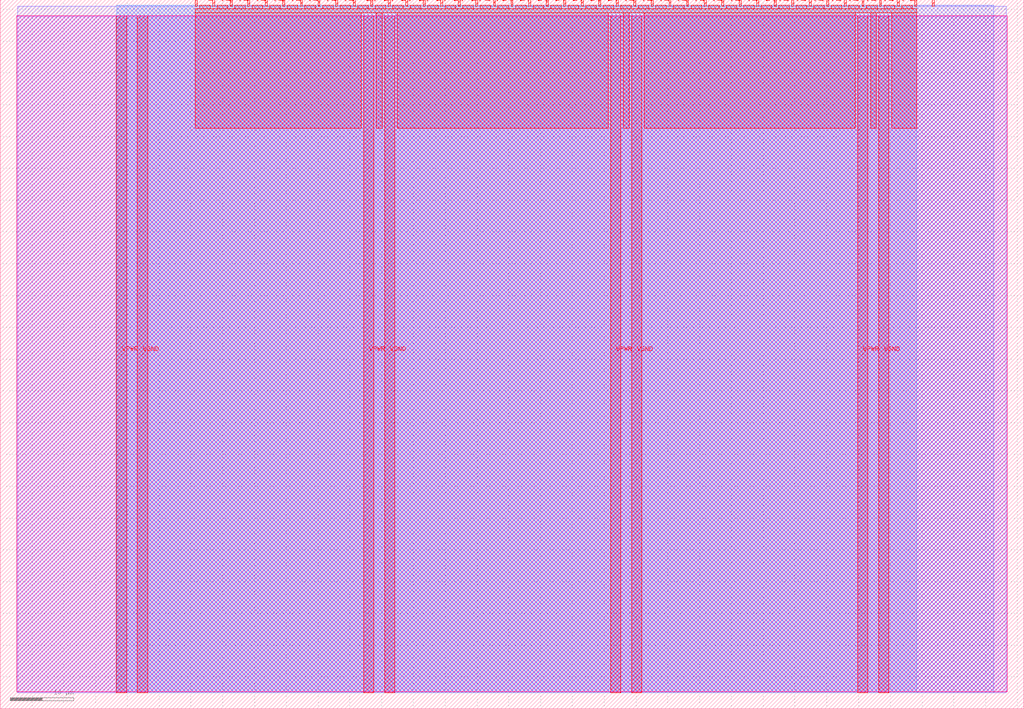
<source format=lef>
VERSION 5.7 ;
  NOWIREEXTENSIONATPIN ON ;
  DIVIDERCHAR "/" ;
  BUSBITCHARS "[]" ;
MACRO tt_um_schoeberl_test
  CLASS BLOCK ;
  FOREIGN tt_um_schoeberl_test ;
  ORIGIN 0.000 0.000 ;
  SIZE 161.000 BY 111.520 ;
  PIN VGND
    DIRECTION INOUT ;
    USE GROUND ;
    PORT
      LAYER met4 ;
        RECT 21.580 2.480 23.180 109.040 ;
    END
    PORT
      LAYER met4 ;
        RECT 60.450 2.480 62.050 109.040 ;
    END
    PORT
      LAYER met4 ;
        RECT 99.320 2.480 100.920 109.040 ;
    END
    PORT
      LAYER met4 ;
        RECT 138.190 2.480 139.790 109.040 ;
    END
  END VGND
  PIN VPWR
    DIRECTION INOUT ;
    USE POWER ;
    PORT
      LAYER met4 ;
        RECT 18.280 2.480 19.880 109.040 ;
    END
    PORT
      LAYER met4 ;
        RECT 57.150 2.480 58.750 109.040 ;
    END
    PORT
      LAYER met4 ;
        RECT 96.020 2.480 97.620 109.040 ;
    END
    PORT
      LAYER met4 ;
        RECT 134.890 2.480 136.490 109.040 ;
    END
  END VPWR
  PIN clk
    DIRECTION INPUT ;
    USE SIGNAL ;
    ANTENNAGATEAREA 0.852000 ;
    PORT
      LAYER met4 ;
        RECT 143.830 110.520 144.130 111.520 ;
    END
  END clk
  PIN ena
    DIRECTION INPUT ;
    USE SIGNAL ;
    PORT
      LAYER met4 ;
        RECT 146.590 110.520 146.890 111.520 ;
    END
  END ena
  PIN rst_n
    DIRECTION INPUT ;
    USE SIGNAL ;
    ANTENNAGATEAREA 0.196500 ;
    PORT
      LAYER met4 ;
        RECT 141.070 110.520 141.370 111.520 ;
    END
  END rst_n
  PIN ui_in[0]
    DIRECTION INPUT ;
    USE SIGNAL ;
    ANTENNAGATEAREA 0.196500 ;
    PORT
      LAYER met4 ;
        RECT 138.310 110.520 138.610 111.520 ;
    END
  END ui_in[0]
  PIN ui_in[1]
    DIRECTION INPUT ;
    USE SIGNAL ;
    ANTENNAGATEAREA 0.196500 ;
    PORT
      LAYER met4 ;
        RECT 135.550 110.520 135.850 111.520 ;
    END
  END ui_in[1]
  PIN ui_in[2]
    DIRECTION INPUT ;
    USE SIGNAL ;
    ANTENNAGATEAREA 0.196500 ;
    PORT
      LAYER met4 ;
        RECT 132.790 110.520 133.090 111.520 ;
    END
  END ui_in[2]
  PIN ui_in[3]
    DIRECTION INPUT ;
    USE SIGNAL ;
    ANTENNAGATEAREA 0.196500 ;
    PORT
      LAYER met4 ;
        RECT 130.030 110.520 130.330 111.520 ;
    END
  END ui_in[3]
  PIN ui_in[4]
    DIRECTION INPUT ;
    USE SIGNAL ;
    ANTENNAGATEAREA 0.196500 ;
    PORT
      LAYER met4 ;
        RECT 127.270 110.520 127.570 111.520 ;
    END
  END ui_in[4]
  PIN ui_in[5]
    DIRECTION INPUT ;
    USE SIGNAL ;
    ANTENNAGATEAREA 0.213000 ;
    PORT
      LAYER met4 ;
        RECT 124.510 110.520 124.810 111.520 ;
    END
  END ui_in[5]
  PIN ui_in[6]
    DIRECTION INPUT ;
    USE SIGNAL ;
    ANTENNAGATEAREA 0.196500 ;
    PORT
      LAYER met4 ;
        RECT 121.750 110.520 122.050 111.520 ;
    END
  END ui_in[6]
  PIN ui_in[7]
    DIRECTION INPUT ;
    USE SIGNAL ;
    PORT
      LAYER met4 ;
        RECT 118.990 110.520 119.290 111.520 ;
    END
  END ui_in[7]
  PIN uio_in[0]
    DIRECTION INPUT ;
    USE SIGNAL ;
    ANTENNAGATEAREA 0.196500 ;
    PORT
      LAYER met4 ;
        RECT 116.230 110.520 116.530 111.520 ;
    END
  END uio_in[0]
  PIN uio_in[1]
    DIRECTION INPUT ;
    USE SIGNAL ;
    ANTENNAGATEAREA 0.196500 ;
    PORT
      LAYER met4 ;
        RECT 113.470 110.520 113.770 111.520 ;
    END
  END uio_in[1]
  PIN uio_in[2]
    DIRECTION INPUT ;
    USE SIGNAL ;
    ANTENNAGATEAREA 0.196500 ;
    PORT
      LAYER met4 ;
        RECT 110.710 110.520 111.010 111.520 ;
    END
  END uio_in[2]
  PIN uio_in[3]
    DIRECTION INPUT ;
    USE SIGNAL ;
    ANTENNAGATEAREA 0.196500 ;
    PORT
      LAYER met4 ;
        RECT 107.950 110.520 108.250 111.520 ;
    END
  END uio_in[3]
  PIN uio_in[4]
    DIRECTION INPUT ;
    USE SIGNAL ;
    ANTENNAGATEAREA 0.196500 ;
    PORT
      LAYER met4 ;
        RECT 105.190 110.520 105.490 111.520 ;
    END
  END uio_in[4]
  PIN uio_in[5]
    DIRECTION INPUT ;
    USE SIGNAL ;
    ANTENNAGATEAREA 0.126000 ;
    PORT
      LAYER met4 ;
        RECT 102.430 110.520 102.730 111.520 ;
    END
  END uio_in[5]
  PIN uio_in[6]
    DIRECTION INPUT ;
    USE SIGNAL ;
    ANTENNAGATEAREA 0.196500 ;
    PORT
      LAYER met4 ;
        RECT 99.670 110.520 99.970 111.520 ;
    END
  END uio_in[6]
  PIN uio_in[7]
    DIRECTION INPUT ;
    USE SIGNAL ;
    PORT
      LAYER met4 ;
        RECT 96.910 110.520 97.210 111.520 ;
    END
  END uio_in[7]
  PIN uio_oe[0]
    DIRECTION OUTPUT ;
    USE SIGNAL ;
    PORT
      LAYER met4 ;
        RECT 49.990 110.520 50.290 111.520 ;
    END
  END uio_oe[0]
  PIN uio_oe[1]
    DIRECTION OUTPUT ;
    USE SIGNAL ;
    PORT
      LAYER met4 ;
        RECT 47.230 110.520 47.530 111.520 ;
    END
  END uio_oe[1]
  PIN uio_oe[2]
    DIRECTION OUTPUT ;
    USE SIGNAL ;
    PORT
      LAYER met4 ;
        RECT 44.470 110.520 44.770 111.520 ;
    END
  END uio_oe[2]
  PIN uio_oe[3]
    DIRECTION OUTPUT ;
    USE SIGNAL ;
    PORT
      LAYER met4 ;
        RECT 41.710 110.520 42.010 111.520 ;
    END
  END uio_oe[3]
  PIN uio_oe[4]
    DIRECTION OUTPUT ;
    USE SIGNAL ;
    PORT
      LAYER met4 ;
        RECT 38.950 110.520 39.250 111.520 ;
    END
  END uio_oe[4]
  PIN uio_oe[5]
    DIRECTION OUTPUT ;
    USE SIGNAL ;
    PORT
      LAYER met4 ;
        RECT 36.190 110.520 36.490 111.520 ;
    END
  END uio_oe[5]
  PIN uio_oe[6]
    DIRECTION OUTPUT ;
    USE SIGNAL ;
    PORT
      LAYER met4 ;
        RECT 33.430 110.520 33.730 111.520 ;
    END
  END uio_oe[6]
  PIN uio_oe[7]
    DIRECTION OUTPUT ;
    USE SIGNAL ;
    PORT
      LAYER met4 ;
        RECT 30.670 110.520 30.970 111.520 ;
    END
  END uio_oe[7]
  PIN uio_out[0]
    DIRECTION OUTPUT ;
    USE SIGNAL ;
    PORT
      LAYER met4 ;
        RECT 72.070 110.520 72.370 111.520 ;
    END
  END uio_out[0]
  PIN uio_out[1]
    DIRECTION OUTPUT ;
    USE SIGNAL ;
    PORT
      LAYER met4 ;
        RECT 69.310 110.520 69.610 111.520 ;
    END
  END uio_out[1]
  PIN uio_out[2]
    DIRECTION OUTPUT ;
    USE SIGNAL ;
    PORT
      LAYER met4 ;
        RECT 66.550 110.520 66.850 111.520 ;
    END
  END uio_out[2]
  PIN uio_out[3]
    DIRECTION OUTPUT ;
    USE SIGNAL ;
    PORT
      LAYER met4 ;
        RECT 63.790 110.520 64.090 111.520 ;
    END
  END uio_out[3]
  PIN uio_out[4]
    DIRECTION OUTPUT ;
    USE SIGNAL ;
    PORT
      LAYER met4 ;
        RECT 61.030 110.520 61.330 111.520 ;
    END
  END uio_out[4]
  PIN uio_out[5]
    DIRECTION OUTPUT ;
    USE SIGNAL ;
    PORT
      LAYER met4 ;
        RECT 58.270 110.520 58.570 111.520 ;
    END
  END uio_out[5]
  PIN uio_out[6]
    DIRECTION OUTPUT ;
    USE SIGNAL ;
    PORT
      LAYER met4 ;
        RECT 55.510 110.520 55.810 111.520 ;
    END
  END uio_out[6]
  PIN uio_out[7]
    DIRECTION OUTPUT ;
    USE SIGNAL ;
    PORT
      LAYER met4 ;
        RECT 52.750 110.520 53.050 111.520 ;
    END
  END uio_out[7]
  PIN uo_out[0]
    DIRECTION OUTPUT ;
    USE SIGNAL ;
    ANTENNADIFFAREA 0.643500 ;
    PORT
      LAYER met4 ;
        RECT 94.150 110.520 94.450 111.520 ;
    END
  END uo_out[0]
  PIN uo_out[1]
    DIRECTION OUTPUT ;
    USE SIGNAL ;
    ANTENNADIFFAREA 1.524450 ;
    PORT
      LAYER met4 ;
        RECT 91.390 110.520 91.690 111.520 ;
    END
  END uo_out[1]
  PIN uo_out[2]
    DIRECTION OUTPUT ;
    USE SIGNAL ;
    ANTENNADIFFAREA 1.721000 ;
    PORT
      LAYER met4 ;
        RECT 88.630 110.520 88.930 111.520 ;
    END
  END uo_out[2]
  PIN uo_out[3]
    DIRECTION OUTPUT ;
    USE SIGNAL ;
    ANTENNADIFFAREA 1.524450 ;
    PORT
      LAYER met4 ;
        RECT 85.870 110.520 86.170 111.520 ;
    END
  END uo_out[3]
  PIN uo_out[4]
    DIRECTION OUTPUT ;
    USE SIGNAL ;
    ANTENNADIFFAREA 1.721000 ;
    PORT
      LAYER met4 ;
        RECT 83.110 110.520 83.410 111.520 ;
    END
  END uo_out[4]
  PIN uo_out[5]
    DIRECTION OUTPUT ;
    USE SIGNAL ;
    ANTENNADIFFAREA 1.721000 ;
    PORT
      LAYER met4 ;
        RECT 80.350 110.520 80.650 111.520 ;
    END
  END uo_out[5]
  PIN uo_out[6]
    DIRECTION OUTPUT ;
    USE SIGNAL ;
    ANTENNADIFFAREA 1.721000 ;
    PORT
      LAYER met4 ;
        RECT 77.590 110.520 77.890 111.520 ;
    END
  END uo_out[6]
  PIN uo_out[7]
    DIRECTION OUTPUT ;
    USE SIGNAL ;
    ANTENNADIFFAREA 0.445500 ;
    PORT
      LAYER met4 ;
        RECT 74.830 110.520 75.130 111.520 ;
    END
  END uo_out[7]
  OBS
      LAYER nwell ;
        RECT 2.570 2.635 158.430 108.990 ;
      LAYER li1 ;
        RECT 2.760 2.635 158.240 108.885 ;
      LAYER met1 ;
        RECT 2.760 2.480 158.240 110.460 ;
      LAYER met2 ;
        RECT 18.310 2.535 156.300 110.685 ;
      LAYER met3 ;
        RECT 18.290 2.555 144.170 110.665 ;
      LAYER met4 ;
        RECT 31.370 110.120 33.030 110.665 ;
        RECT 34.130 110.120 35.790 110.665 ;
        RECT 36.890 110.120 38.550 110.665 ;
        RECT 39.650 110.120 41.310 110.665 ;
        RECT 42.410 110.120 44.070 110.665 ;
        RECT 45.170 110.120 46.830 110.665 ;
        RECT 47.930 110.120 49.590 110.665 ;
        RECT 50.690 110.120 52.350 110.665 ;
        RECT 53.450 110.120 55.110 110.665 ;
        RECT 56.210 110.120 57.870 110.665 ;
        RECT 58.970 110.120 60.630 110.665 ;
        RECT 61.730 110.120 63.390 110.665 ;
        RECT 64.490 110.120 66.150 110.665 ;
        RECT 67.250 110.120 68.910 110.665 ;
        RECT 70.010 110.120 71.670 110.665 ;
        RECT 72.770 110.120 74.430 110.665 ;
        RECT 75.530 110.120 77.190 110.665 ;
        RECT 78.290 110.120 79.950 110.665 ;
        RECT 81.050 110.120 82.710 110.665 ;
        RECT 83.810 110.120 85.470 110.665 ;
        RECT 86.570 110.120 88.230 110.665 ;
        RECT 89.330 110.120 90.990 110.665 ;
        RECT 92.090 110.120 93.750 110.665 ;
        RECT 94.850 110.120 96.510 110.665 ;
        RECT 97.610 110.120 99.270 110.665 ;
        RECT 100.370 110.120 102.030 110.665 ;
        RECT 103.130 110.120 104.790 110.665 ;
        RECT 105.890 110.120 107.550 110.665 ;
        RECT 108.650 110.120 110.310 110.665 ;
        RECT 111.410 110.120 113.070 110.665 ;
        RECT 114.170 110.120 115.830 110.665 ;
        RECT 116.930 110.120 118.590 110.665 ;
        RECT 119.690 110.120 121.350 110.665 ;
        RECT 122.450 110.120 124.110 110.665 ;
        RECT 125.210 110.120 126.870 110.665 ;
        RECT 127.970 110.120 129.630 110.665 ;
        RECT 130.730 110.120 132.390 110.665 ;
        RECT 133.490 110.120 135.150 110.665 ;
        RECT 136.250 110.120 137.910 110.665 ;
        RECT 139.010 110.120 140.670 110.665 ;
        RECT 141.770 110.120 143.430 110.665 ;
        RECT 30.655 109.440 144.145 110.120 ;
        RECT 30.655 91.295 56.750 109.440 ;
        RECT 59.150 91.295 60.050 109.440 ;
        RECT 62.450 91.295 95.620 109.440 ;
        RECT 98.020 91.295 98.920 109.440 ;
        RECT 101.320 91.295 134.490 109.440 ;
        RECT 136.890 91.295 137.790 109.440 ;
        RECT 140.190 91.295 144.145 109.440 ;
  END
END tt_um_schoeberl_test
END LIBRARY


</source>
